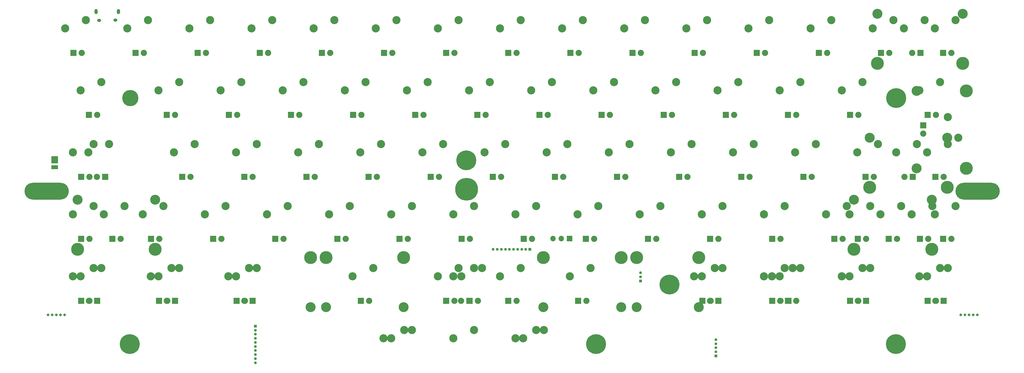
<source format=gts>
G04 #@! TF.FileFunction,Soldermask,Top*
%FSLAX46Y46*%
G04 Gerber Fmt 4.6, Leading zero omitted, Abs format (unit mm)*
G04 Created by KiCad (PCBNEW 4.0.7+dfsg1-1) date Sat Oct 21 15:09:21 2017*
%MOMM*%
%LPD*%
G01*
G04 APERTURE LIST*
%ADD10C,0.100000*%
%ADD11R,0.850000X0.850000*%
%ADD12C,0.850000*%
%ADD13C,3.048000*%
%ADD14C,3.980200*%
%ADD15C,2.500000*%
%ADD16R,1.900000X1.900000*%
%ADD17C,1.900000*%
%ADD18R,2.100000X2.200000*%
%ADD19R,2.100000X1.300000*%
%ADD20O,13.600000X5.200000*%
%ADD21C,5.000000*%
%ADD22C,6.100000*%
%ADD23C,7.000000*%
%ADD24R,1.700000X1.700000*%
%ADD25O,1.700000X1.700000*%
%ADD26C,0.800000*%
%ADD27O,1.000000X1.550000*%
%ADD28O,1.250000X0.950000*%
G04 APERTURE END LIST*
D10*
D11*
X245613750Y-124056250D03*
D12*
X245613750Y-122806250D03*
X245613750Y-121556250D03*
D13*
X144367500Y-132166250D03*
D14*
X144367500Y-116926250D03*
D15*
X71527500Y-122641250D03*
X77877500Y-120101250D03*
D16*
X71686250Y-53981250D03*
D17*
X74226250Y-53981250D03*
D16*
X76448750Y-73031250D03*
D17*
X78988750Y-73031250D03*
D16*
X74067500Y-92081250D03*
D17*
X76607500Y-92081250D03*
D16*
X81370000Y-92081250D03*
D17*
X78830000Y-92081250D03*
D16*
X74067500Y-111131250D03*
D17*
X76607500Y-111131250D03*
D16*
X95498750Y-111131250D03*
D17*
X98038750Y-111131250D03*
D16*
X74067500Y-130181250D03*
D17*
X76607500Y-130181250D03*
D16*
X78988750Y-130181250D03*
D17*
X76448750Y-130181250D03*
D16*
X90736250Y-53981250D03*
D17*
X93276250Y-53981250D03*
D16*
X100261250Y-73031250D03*
D17*
X102801250Y-73031250D03*
D16*
X105023750Y-92081250D03*
D17*
X107563750Y-92081250D03*
D16*
X83592500Y-111131250D03*
D17*
X86132500Y-111131250D03*
D16*
X97880000Y-130181250D03*
D17*
X100420000Y-130181250D03*
D16*
X102801250Y-130181250D03*
D17*
X100261250Y-130181250D03*
D16*
X109786250Y-53981250D03*
D17*
X112326250Y-53981250D03*
D16*
X119311250Y-73031250D03*
D17*
X121851250Y-73031250D03*
D16*
X124073750Y-92081250D03*
D17*
X126613750Y-92081250D03*
D16*
X114548750Y-111131250D03*
D17*
X117088750Y-111131250D03*
D16*
X121692500Y-130181250D03*
D17*
X124232500Y-130181250D03*
D16*
X126613750Y-130181250D03*
D17*
X124073750Y-130181250D03*
D16*
X128836250Y-53981250D03*
D17*
X131376250Y-53981250D03*
D16*
X138361250Y-73031250D03*
D17*
X140901250Y-73031250D03*
D16*
X143123750Y-92081250D03*
D17*
X145663750Y-92081250D03*
D16*
X133598750Y-111131250D03*
D17*
X136138750Y-111131250D03*
D16*
X147886250Y-53981250D03*
D17*
X150426250Y-53981250D03*
D16*
X157411250Y-73031250D03*
D17*
X159951250Y-73031250D03*
D16*
X162173750Y-92081250D03*
D17*
X164713750Y-92081250D03*
D16*
X152648750Y-111131250D03*
D17*
X155188750Y-111131250D03*
D16*
X166936250Y-53981250D03*
D17*
X169476250Y-53981250D03*
D16*
X176461250Y-73031250D03*
D17*
X179001250Y-73031250D03*
D16*
X181223750Y-92081250D03*
D17*
X183763750Y-92081250D03*
D16*
X171698750Y-111131250D03*
D17*
X174238750Y-111131250D03*
D16*
X185986250Y-53981250D03*
D17*
X188526250Y-53981250D03*
D16*
X195511250Y-73031250D03*
D17*
X198051250Y-73031250D03*
D16*
X200273750Y-92081250D03*
D17*
X202813750Y-92081250D03*
D16*
X190748750Y-111131250D03*
D17*
X193288750Y-111131250D03*
D16*
X205036250Y-130181250D03*
D17*
X207576250Y-130181250D03*
D16*
X193130000Y-130181250D03*
D17*
X195670000Y-130181250D03*
D16*
X185986250Y-130181250D03*
D17*
X188526250Y-130181250D03*
D16*
X205036250Y-53981250D03*
D17*
X207576250Y-53981250D03*
D16*
X214561250Y-73031250D03*
D17*
X217101250Y-73031250D03*
D16*
X219323750Y-92081250D03*
D17*
X221863750Y-92081250D03*
D16*
X209798750Y-111131250D03*
D17*
X212338750Y-111131250D03*
D16*
X224086250Y-53981250D03*
D17*
X226626250Y-53981250D03*
D16*
X233611250Y-73031250D03*
D17*
X236151250Y-73031250D03*
D16*
X238373750Y-92081250D03*
D17*
X240913750Y-92081250D03*
D16*
X228848750Y-111131250D03*
D17*
X231388750Y-111131250D03*
D16*
X243136250Y-53981250D03*
D17*
X245676250Y-53981250D03*
D16*
X252661250Y-73031250D03*
D17*
X255201250Y-73031250D03*
D16*
X257423750Y-92081250D03*
D17*
X259963750Y-92081250D03*
D16*
X247898750Y-111131250D03*
D17*
X250438750Y-111131250D03*
D16*
X338386250Y-53981250D03*
D17*
X340926250Y-53981250D03*
D16*
X262186250Y-53981250D03*
D17*
X264726250Y-53981250D03*
D16*
X271711250Y-73031250D03*
D17*
X274251250Y-73031250D03*
D16*
X276473750Y-92081250D03*
D17*
X279013750Y-92081250D03*
D16*
X266948750Y-111131250D03*
D17*
X269488750Y-111131250D03*
D16*
X264567500Y-130181250D03*
D17*
X267107500Y-130181250D03*
D16*
X269488750Y-130181250D03*
D17*
X266948750Y-130181250D03*
D16*
X281236250Y-53981250D03*
D17*
X283776250Y-53981250D03*
D16*
X290761250Y-73031250D03*
D17*
X293301250Y-73031250D03*
D16*
X295523750Y-92081250D03*
D17*
X298063750Y-92081250D03*
D16*
X285998750Y-111131250D03*
D17*
X288538750Y-111131250D03*
D16*
X285998750Y-130181250D03*
D17*
X288538750Y-130181250D03*
D16*
X290920000Y-130181250D03*
D17*
X288380000Y-130181250D03*
D16*
X290761250Y-130181250D03*
D17*
X293301250Y-130181250D03*
D16*
X300286250Y-53981250D03*
D17*
X302826250Y-53981250D03*
D16*
X309811250Y-73031250D03*
D17*
X312351250Y-73031250D03*
D16*
X314573750Y-92081250D03*
D17*
X317113750Y-92081250D03*
D16*
X305048750Y-111131250D03*
D17*
X307588750Y-111131250D03*
D16*
X312192500Y-111131250D03*
D17*
X314732500Y-111131250D03*
D16*
X321717500Y-111131250D03*
D17*
X324257500Y-111131250D03*
D16*
X309811250Y-130181250D03*
D17*
X312351250Y-130181250D03*
D16*
X314732500Y-130181250D03*
D17*
X312192500Y-130181250D03*
D16*
X319336250Y-53981250D03*
D17*
X321876250Y-53981250D03*
D16*
X331401250Y-53981250D03*
D17*
X328861250Y-53981250D03*
D16*
X333623750Y-73031250D03*
D17*
X336163750Y-73031250D03*
D16*
X329020000Y-92081250D03*
D17*
X326480000Y-92081250D03*
D16*
X336005000Y-92081250D03*
D17*
X338545000Y-92081250D03*
D16*
X332248750Y-76286250D03*
D17*
X332248750Y-78826250D03*
D16*
X331242500Y-111131250D03*
D17*
X333782500Y-111131250D03*
D16*
X338386250Y-111131250D03*
D17*
X340926250Y-111131250D03*
D16*
X333623750Y-130181250D03*
D17*
X336163750Y-130181250D03*
D16*
X338545000Y-130181250D03*
D17*
X336005000Y-130181250D03*
D15*
X69138750Y-46441250D03*
X75488750Y-43901250D03*
X309652500Y-122641250D03*
X316002500Y-120101250D03*
X73908750Y-65491250D03*
X80258750Y-62951250D03*
X76263750Y-84541250D03*
X82613750Y-82001250D03*
X71501250Y-84541250D03*
X77851250Y-82001250D03*
X73908750Y-122641250D03*
X80258750Y-120101250D03*
X88196250Y-46441250D03*
X94546250Y-43901250D03*
X97721250Y-65491250D03*
X104071250Y-62951250D03*
X102483750Y-84541250D03*
X108833750Y-82001250D03*
X92958750Y-103591250D03*
X99308750Y-101051250D03*
X95340000Y-122641250D03*
X101690000Y-120101250D03*
X97721250Y-122641250D03*
X104071250Y-120101250D03*
X107246250Y-46441250D03*
X113596250Y-43901250D03*
X116771250Y-65491250D03*
X123121250Y-62951250D03*
X121533750Y-84541250D03*
X127883750Y-82001250D03*
X112008750Y-103591250D03*
X118358750Y-101051250D03*
X119152500Y-122641250D03*
X125502500Y-120101250D03*
X121533750Y-122641250D03*
X127883750Y-120101250D03*
X126296250Y-46441250D03*
X132646250Y-43901250D03*
X135821250Y-65491250D03*
X142171250Y-62951250D03*
X140583750Y-84541250D03*
X146933750Y-82001250D03*
X131058750Y-103591250D03*
X137408750Y-101051250D03*
X169158750Y-141691250D03*
X175508750Y-139151250D03*
X166777500Y-141691250D03*
X173127500Y-139151250D03*
X145346250Y-46441250D03*
X151696250Y-43901250D03*
X154871250Y-65491250D03*
X161221250Y-62951250D03*
X159633750Y-84541250D03*
X165983750Y-82001250D03*
X150108750Y-103591250D03*
X156458750Y-101051250D03*
X188208750Y-141691250D03*
X194558750Y-139151250D03*
X164396250Y-46441250D03*
X170746250Y-43901250D03*
X173921250Y-65491250D03*
X180271250Y-62951250D03*
X178683750Y-84541250D03*
X185033750Y-82001250D03*
X169158750Y-103591250D03*
X175508750Y-101051250D03*
X183446250Y-46441250D03*
X189796250Y-43901250D03*
X192971250Y-65491250D03*
X199321250Y-62951250D03*
X197733750Y-84541250D03*
X204083750Y-82001250D03*
X188208750Y-103591250D03*
X194558750Y-101051250D03*
X202496250Y-46441250D03*
X208846250Y-43901250D03*
X212021250Y-65491250D03*
X218371250Y-62951250D03*
X216783750Y-84541250D03*
X223133750Y-82001250D03*
X207258750Y-103591250D03*
X213608750Y-101051250D03*
X221546250Y-46441250D03*
X227896250Y-43901250D03*
X231071250Y-65491250D03*
X237421250Y-62951250D03*
X235833750Y-84541250D03*
X242183750Y-82001250D03*
X226308750Y-103591250D03*
X232658750Y-101051250D03*
X240596250Y-46441250D03*
X246946250Y-43901250D03*
X250121250Y-65491250D03*
X256471250Y-62951250D03*
X254883750Y-84541250D03*
X261233750Y-82001250D03*
X245358750Y-103591250D03*
X251708750Y-101051250D03*
X335846250Y-46441250D03*
X342196250Y-43901250D03*
X259646250Y-46441250D03*
X265996250Y-43901250D03*
X269171250Y-65491250D03*
X275521250Y-62951250D03*
X273933750Y-84541250D03*
X280283750Y-82001250D03*
X264408750Y-103591250D03*
X270758750Y-101051250D03*
X262027500Y-122641250D03*
X268377500Y-120101250D03*
X264408750Y-122641250D03*
X270758750Y-120101250D03*
X278696250Y-46441250D03*
X285046250Y-43901250D03*
X288221250Y-65491250D03*
X294571250Y-62951250D03*
X292983750Y-84541250D03*
X299333750Y-82001250D03*
X283458750Y-103591250D03*
X289808750Y-101051250D03*
X288221250Y-122641250D03*
X294571250Y-120101250D03*
X285840000Y-122641250D03*
X292190000Y-120101250D03*
X283458750Y-122641250D03*
X289808750Y-120101250D03*
X297746250Y-46441250D03*
X304096250Y-43901250D03*
X307271250Y-65491250D03*
X313621250Y-62951250D03*
X312033750Y-84541250D03*
X318383750Y-82001250D03*
X302508750Y-103591250D03*
X308858750Y-101051250D03*
X307271250Y-122641250D03*
X313621250Y-120101250D03*
X316770000Y-46441250D03*
X323120000Y-43901250D03*
X331083750Y-65491250D03*
X337433750Y-62951250D03*
X333465000Y-84541250D03*
X339815000Y-82001250D03*
X339788750Y-73746250D03*
X343058750Y-80096250D03*
X335846250Y-103591250D03*
X342196250Y-101051250D03*
X328702500Y-103591250D03*
X335052500Y-101051250D03*
X333465000Y-122641250D03*
X339815000Y-120101250D03*
X331083750Y-122641250D03*
X337433750Y-120101250D03*
D18*
X65930000Y-86826250D03*
D19*
X65930000Y-89086250D03*
D20*
X63431250Y-96456250D03*
D21*
X89131250Y-67856250D03*
D22*
X192131250Y-86956250D03*
X254431250Y-125156250D03*
X323981250Y-67856250D03*
D20*
X348931250Y-96456250D03*
D23*
X192213750Y-95856250D03*
D22*
X88931250Y-143456250D03*
X231931250Y-143456250D03*
X323931250Y-143456250D03*
D11*
X211645000Y-114381250D03*
D12*
X210395000Y-114381250D03*
X209145000Y-114381250D03*
X207895000Y-114381250D03*
X206645000Y-114381250D03*
X205395000Y-114381250D03*
X204145000Y-114381250D03*
X202895000Y-114381250D03*
X201645000Y-114381250D03*
X200395000Y-114381250D03*
D11*
X127431250Y-137956250D03*
D12*
X127431250Y-139206250D03*
X127431250Y-140456250D03*
X127431250Y-141706250D03*
X127431250Y-142956250D03*
X127431250Y-144206250D03*
X127431250Y-145456250D03*
X127431250Y-146706250D03*
X127431250Y-147956250D03*
X127431250Y-149206250D03*
D11*
X268718750Y-147112500D03*
D12*
X268718750Y-145862500D03*
X268718750Y-144612500D03*
X268718750Y-143362500D03*
X268718750Y-142112500D03*
D15*
X309652500Y-103591250D03*
X316002500Y-101051250D03*
D24*
X223805000Y-111056250D03*
D25*
X221265000Y-111056250D03*
X218725000Y-111056250D03*
D15*
X326321250Y-46441250D03*
X332671250Y-43901250D03*
X323940000Y-84541250D03*
X330290000Y-82001250D03*
X319177500Y-103591250D03*
X325527500Y-101051250D03*
X183446250Y-122641250D03*
X189796250Y-120101250D03*
X190590000Y-122641250D03*
X196940000Y-120101250D03*
X202496250Y-122641250D03*
X208846250Y-120101250D03*
X81026250Y-103591250D03*
X87376250Y-101051250D03*
X71501250Y-103591250D03*
X77851250Y-101051250D03*
D13*
X318198750Y-41996250D03*
D14*
X318198750Y-57236250D03*
D13*
X344392500Y-41996250D03*
D14*
X344392500Y-57236250D03*
D13*
X315817500Y-80096250D03*
D14*
X315817500Y-95336250D03*
D13*
X339630000Y-80096250D03*
D14*
X339630000Y-95336250D03*
D13*
X330263750Y-65650000D03*
D14*
X345503750Y-65650000D03*
D13*
X330263750Y-89462500D03*
D14*
X345503750Y-89462500D03*
D13*
X72930000Y-99146250D03*
D14*
X72930000Y-114386250D03*
D13*
X96742500Y-99146250D03*
D14*
X96742500Y-114386250D03*
D13*
X311055000Y-99146250D03*
D14*
X311055000Y-114386250D03*
D13*
X334867500Y-99146250D03*
D14*
X334867500Y-114386250D03*
D13*
X244380000Y-132166250D03*
D14*
X244380000Y-116926250D03*
D13*
X149130000Y-132166250D03*
D14*
X149130000Y-116926250D03*
D13*
X263430000Y-132166250D03*
D14*
X263430000Y-116926250D03*
D26*
X68985000Y-134456250D03*
X67715000Y-134456250D03*
X63905000Y-134456250D03*
X65175000Y-134456250D03*
X66445000Y-134456250D03*
X343825000Y-134456250D03*
X345095000Y-134456250D03*
X348905000Y-134456250D03*
X347635000Y-134456250D03*
X346365000Y-134456250D03*
D15*
X207232500Y-141691250D03*
X213582500Y-139151250D03*
X209613750Y-141691250D03*
X215963750Y-139151250D03*
D13*
X215813750Y-132166250D03*
D14*
X215813750Y-116926250D03*
D13*
X172951250Y-132166250D03*
D14*
X172951250Y-116926250D03*
D15*
X188191250Y-122641250D03*
X194541250Y-120101250D03*
D16*
X159775000Y-130181250D03*
D17*
X162315000Y-130181250D03*
D16*
X226450000Y-130181250D03*
D17*
X228990000Y-130181250D03*
D15*
X157235000Y-122641250D03*
X163585000Y-120101250D03*
X223910000Y-122641250D03*
X230260000Y-120101250D03*
D16*
X193115000Y-130181250D03*
D17*
X190575000Y-130181250D03*
D13*
X239626250Y-132166250D03*
D14*
X239626250Y-116926250D03*
D27*
X85495000Y-41281250D03*
D28*
X84545000Y-43931250D03*
X79545000Y-43981250D03*
D27*
X78595000Y-41281250D03*
M02*

</source>
